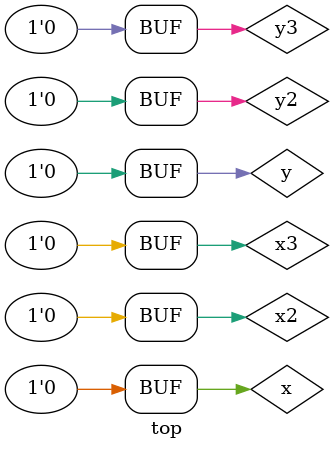
<source format=v>
`include "my_module.v"

module top;
  reg x,x2,x3;
  reg y,y2,y3;
  wire z,z2,z3;

  initial begin
    x = 0;
    y = 0;
    x2 = 0;
    y2 = 0;
    x3 = 0;
    y3 = 0;
  end

  my_module U1 (x,y,z);
  my_module U2 (x2,y2,z2);
  my_module U3 (x3,y3,z3);

endmodule

</source>
